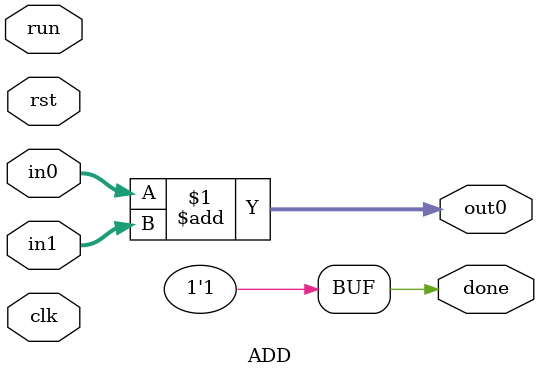
<source format=v>
`timescale 1ns / 1ps
`include "xversat.vh"

module ADD #(
         parameter DATA_W = 32
      )
      (
         input run,
         output done,

         input [DATA_W-1:0] in0,
         input [DATA_W-1:0] in1,

         output [DATA_W-1:0] out0,
      
         input clk,
         input rst
      ); 

assign out0 = in0 + in1;
assign done = 1'b1;

endmodule

</source>
